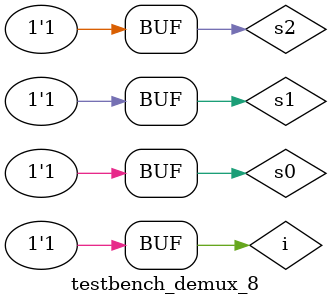
<source format=v>
module not_gate(y,a);
	output y;
	input a;

	//not (y,a)
	nand(y,a,a);
endmodule

module and_gate(y,a,b);
	output y;
	input a,b;
	wire x;
	nand(x,a,b);
	nand(y,x,x);
endmodule

module demux(y0,y1,s,i);
	input s,i;
	output y0,y1;
	wire sbar;
	not_gate not_gate_1(sbar,s);
	and_gate and_gate_1(y0,i,sbar);
	and_gate and_gate_2(y1,i,s);
endmodule

module demux_4(y0,y1,y2,y3,s0,s1,i);
	output y0,y1,y2,y3;
	input i,s0,s1;
	wire a,b;
	demux demux_1(a,b,s0,i);
	demux demux_2(d0,d1,s1,a);
	demux demux_3(d2,d3,s1,b);
endmodule	

module demux_8(y0,y1,y2,y3,y4,y5,y6,y7,s0,s1,s2,i);
	output y0,y1,y2,y3,y4,y5,y6,y7;
	input i,s0,s1,s2;
	wire a,b;
	//demux(d0,d1,s,i)
	demux demux_4(a,b,s0,i);
	//demux_4(d0,d1,d2,d3,s0,s1,i)
	demux_4 demux_4_1(y0,y1,y2,y3,s1,s2,a);
	demux_4 demux_4_2(y4,y5,y6,y7,s1,s2,b);
endmodule

module testbench_demux_8();
	wire y0,y1,y2,y3,y4,y5,y6,y7;
	reg i,s0,s1,s2;
	demux_8 demux_8_1(y0,y1,y2,y3,y4,y5,y6,y7,s0,s1,s2,i);
	initial
		begin
			i=15;
			s0=0; s1=0; s2=0; #10;
			s0=0; s1=0; s2=1; #10;
			s0=0; s1=1; s2=0; #10;
			s0=0; s1=1; s2=1; #10;
			s0=1; s1=0; s2=0; #10;
			s0=1; s1=0; s2=1; #10;
			s0=1; s1=1; s2=0; #10;
			s0=1; s1=1; s2=1; #10;
		end
endmodule

</source>
